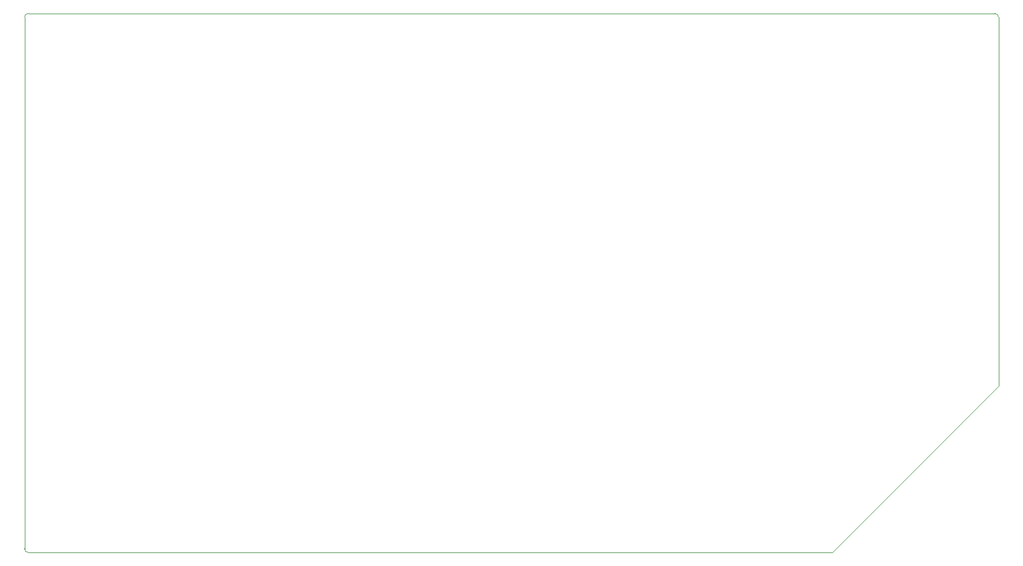
<source format=gm1>
G04 #@! TF.GenerationSoftware,KiCad,Pcbnew,(5.1.5)-3*
G04 #@! TF.CreationDate,2020-01-02T00:08:28-06:00*
G04 #@! TF.ProjectId,untitled-keyboard-project,756e7469-746c-4656-942d-6b6579626f61,rev?*
G04 #@! TF.SameCoordinates,Original*
G04 #@! TF.FileFunction,Profile,NP*
%FSLAX46Y46*%
G04 Gerber Fmt 4.6, Leading zero omitted, Abs format (unit mm)*
G04 Created by KiCad (PCBNEW (5.1.5)-3) date 2020-01-02 00:08:28*
%MOMM*%
%LPD*%
G04 APERTURE LIST*
%ADD10C,0.050000*%
G04 APERTURE END LIST*
D10*
X64008000Y-117856000D02*
G75*
G02X63500000Y-117348000I0J508000D01*
G01*
X63500000Y-41148000D02*
G75*
G02X64008000Y-40640000I508000J0D01*
G01*
X202692000Y-40640000D02*
G75*
G02X203200000Y-41148000I0J-508000D01*
G01*
X63500000Y-117348000D02*
X63500000Y-41148000D01*
X179324000Y-117856000D02*
X64008000Y-117856000D01*
X203200000Y-93980000D02*
X179324000Y-117856000D01*
X203200000Y-41148000D02*
X203200000Y-93980000D01*
X64008000Y-40640000D02*
X202692000Y-40640000D01*
M02*

</source>
